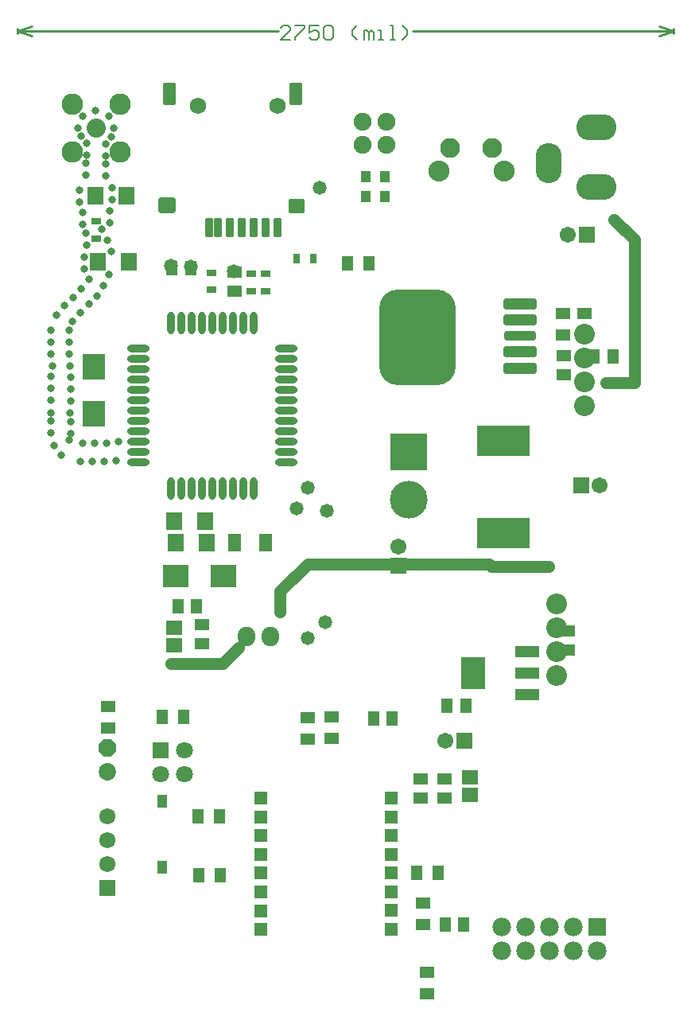
<source format=gts>
G04*
G04 #@! TF.GenerationSoftware,Altium Limited,Altium Designer,20.1.12 (249)*
G04*
G04 Layer_Color=8388736*
%FSTAX24Y24*%
%MOIN*%
G70*
G04*
G04 #@! TF.SameCoordinates,89921D2C-3172-4036-8A71-56443DCFD009*
G04*
G04*
G04 #@! TF.FilePolarity,Negative*
G04*
G01*
G75*
%ADD16C,0.0100*%
G04:AMPARAMS|DCode=30|XSize=39.4mil|YSize=133.9mil|CornerRadius=9.8mil|HoleSize=0mil|Usage=FLASHONLY|Rotation=90.000|XOffset=0mil|YOffset=0mil|HoleType=Round|Shape=RoundedRectangle|*
%AMROUNDEDRECTD30*
21,1,0.0394,0.1142,0,0,90.0*
21,1,0.0197,0.1339,0,0,90.0*
1,1,0.0197,0.0571,0.0098*
1,1,0.0197,0.0571,-0.0098*
1,1,0.0197,-0.0571,-0.0098*
1,1,0.0197,-0.0571,0.0098*
%
%ADD30ROUNDEDRECTD30*%
%ADD47C,0.0500*%
%ADD48C,0.0060*%
%ADD49R,0.0316X0.0434*%
G04:AMPARAMS|DCode=50|XSize=31.6mil|YSize=78.9mil|CornerRadius=5.2mil|HoleSize=0mil|Usage=FLASHONLY|Rotation=180.000|XOffset=0mil|YOffset=0mil|HoleType=Round|Shape=RoundedRectangle|*
%AMROUNDEDRECTD50*
21,1,0.0316,0.0685,0,0,180.0*
21,1,0.0213,0.0789,0,0,180.0*
1,1,0.0104,-0.0106,0.0343*
1,1,0.0104,0.0106,0.0343*
1,1,0.0104,0.0106,-0.0343*
1,1,0.0104,-0.0106,-0.0343*
%
%ADD50ROUNDEDRECTD50*%
G04:AMPARAMS|DCode=51|XSize=35.6mil|YSize=78.9mil|CornerRadius=5.4mil|HoleSize=0mil|Usage=FLASHONLY|Rotation=180.000|XOffset=0mil|YOffset=0mil|HoleType=Round|Shape=RoundedRectangle|*
%AMROUNDEDRECTD51*
21,1,0.0356,0.0681,0,0,180.0*
21,1,0.0248,0.0789,0,0,180.0*
1,1,0.0108,-0.0124,0.0341*
1,1,0.0108,0.0124,0.0341*
1,1,0.0108,0.0124,-0.0341*
1,1,0.0108,-0.0124,-0.0341*
%
%ADD51ROUNDEDRECTD51*%
G04:AMPARAMS|DCode=52|XSize=71mil|YSize=67.1mil|CornerRadius=7mil|HoleSize=0mil|Usage=FLASHONLY|Rotation=180.000|XOffset=0mil|YOffset=0mil|HoleType=Round|Shape=RoundedRectangle|*
%AMROUNDEDRECTD52*
21,1,0.0710,0.0531,0,0,180.0*
21,1,0.0571,0.0671,0,0,180.0*
1,1,0.0139,-0.0285,0.0266*
1,1,0.0139,0.0285,0.0266*
1,1,0.0139,0.0285,-0.0266*
1,1,0.0139,-0.0285,-0.0266*
%
%ADD52ROUNDEDRECTD52*%
G04:AMPARAMS|DCode=53|XSize=55.2mil|YSize=94.6mil|CornerRadius=6.4mil|HoleSize=0mil|Usage=FLASHONLY|Rotation=180.000|XOffset=0mil|YOffset=0mil|HoleType=Round|Shape=RoundedRectangle|*
%AMROUNDEDRECTD53*
21,1,0.0552,0.0819,0,0,180.0*
21,1,0.0425,0.0946,0,0,180.0*
1,1,0.0127,-0.0213,0.0409*
1,1,0.0127,0.0213,0.0409*
1,1,0.0127,0.0213,-0.0409*
1,1,0.0127,-0.0213,-0.0409*
%
%ADD53ROUNDEDRECTD53*%
G04:AMPARAMS|DCode=54|XSize=67.1mil|YSize=63.1mil|CornerRadius=6.8mil|HoleSize=0mil|Usage=FLASHONLY|Rotation=180.000|XOffset=0mil|YOffset=0mil|HoleType=Round|Shape=RoundedRectangle|*
%AMROUNDEDRECTD54*
21,1,0.0671,0.0496,0,0,180.0*
21,1,0.0535,0.0631,0,0,180.0*
1,1,0.0135,-0.0268,0.0248*
1,1,0.0135,0.0268,0.0248*
1,1,0.0135,0.0268,-0.0248*
1,1,0.0135,-0.0268,-0.0248*
%
%ADD54ROUNDEDRECTD54*%
%ADD55R,0.0395X0.0513*%
G04:AMPARAMS|DCode=56|XSize=401.7mil|YSize=323mil|CornerRadius=82.7mil|HoleSize=0mil|Usage=FLASHONLY|Rotation=90.000|XOffset=0mil|YOffset=0mil|HoleType=Round|Shape=RoundedRectangle|*
%AMROUNDEDRECTD56*
21,1,0.4017,0.1575,0,0,90.0*
21,1,0.2362,0.3230,0,0,90.0*
1,1,0.1655,0.0787,0.1181*
1,1,0.1655,0.0787,-0.1181*
1,1,0.1655,-0.0787,-0.1181*
1,1,0.1655,-0.0787,0.1181*
%
%ADD56ROUNDEDRECTD56*%
G04:AMPARAMS|DCode=57|XSize=47.4mil|YSize=141.9mil|CornerRadius=13.8mil|HoleSize=0mil|Usage=FLASHONLY|Rotation=90.000|XOffset=0mil|YOffset=0mil|HoleType=Round|Shape=RoundedRectangle|*
%AMROUNDEDRECTD57*
21,1,0.0474,0.1142,0,0,90.0*
21,1,0.0197,0.1419,0,0,90.0*
1,1,0.0277,0.0571,0.0098*
1,1,0.0277,0.0571,-0.0098*
1,1,0.0277,-0.0571,-0.0098*
1,1,0.0277,-0.0571,0.0098*
%
%ADD57ROUNDEDRECTD57*%
%ADD58R,0.0580X0.0730*%
%ADD59R,0.0630X0.0513*%
%ADD60R,0.0513X0.0630*%
%ADD61R,0.1104X0.0946*%
%ADD62R,0.1025X0.1379*%
%ADD63R,0.1025X0.0474*%
%ADD64R,0.0630X0.0474*%
%ADD65O,0.0946X0.0316*%
%ADD66R,0.0434X0.0316*%
%ADD67R,0.0946X0.1104*%
%ADD68R,0.0474X0.0630*%
%ADD69R,0.0680X0.0730*%
%ADD70R,0.0671X0.0592*%
%ADD71R,0.0395X0.0552*%
%ADD72O,0.0316X0.0946*%
%ADD73R,0.2206X0.1261*%
%ADD74C,0.0680*%
%ADD75C,0.0867*%
%ADD76C,0.0900*%
%ADD77C,0.0800*%
%ADD78C,0.0749*%
%ADD79C,0.0730*%
%ADD80P,0.0790X8X292.5*%
%ADD81C,0.0671*%
%ADD82R,0.0671X0.0671*%
%ADD83R,0.0671X0.0671*%
%ADD84R,0.0678X0.0678*%
%ADD85C,0.0678*%
%ADD86C,0.0830*%
%ADD87C,0.0880*%
%ADD88O,0.0730X0.0830*%
%ADD89C,0.0780*%
%ADD90R,0.0780X0.0780*%
%ADD91R,0.1580X0.1580*%
%ADD92C,0.1580*%
%ADD93R,0.0580X0.0580*%
%ADD94C,0.0710*%
%ADD95R,0.0710X0.0710*%
%ADD96O,0.1080X0.1680*%
%ADD97O,0.1680X0.1080*%
%ADD98C,0.0580*%
%ADD99C,0.0330*%
D16*
X036441Y04905D02*
Y04925D01*
X008941Y04905D02*
Y04925D01*
X035841Y04895D02*
X036441Y04915D01*
X035841Y04935D02*
X036441Y04915D01*
X008941D02*
X009541Y04895D01*
X008941Y04915D02*
X009541Y04935D01*
X0255Y04915D02*
X036441D01*
X008941D02*
X019882D01*
D30*
X03Y036362D02*
D03*
D47*
X01995Y0248D02*
Y025658D01*
X015358Y02265D02*
X01755D01*
X0182Y0233D01*
X01995Y025658D02*
X021092Y0268D01*
X0287D01*
X0288Y0267D01*
X0312D01*
X0336Y0344D02*
X03465D01*
X03395Y04125D02*
X0348Y0404D01*
Y0344D02*
Y0404D01*
D48*
X020382Y04879D02*
X019982D01*
X020382Y04919D01*
Y04929D01*
X020282Y04939D01*
X020082D01*
X019982Y04929D01*
X020582Y04939D02*
X020981D01*
Y04929D01*
X020582Y04889D01*
Y04879D01*
X021581Y04939D02*
X021181D01*
Y04909D01*
X021381Y04919D01*
X021481D01*
X021581Y04909D01*
Y04889D01*
X021481Y04879D01*
X021281D01*
X021181Y04889D01*
X021781Y04929D02*
X021881Y04939D01*
X022081D01*
X022181Y04929D01*
Y04889D01*
X022081Y04879D01*
X021881D01*
X021781Y04889D01*
Y04929D01*
X023181Y04879D02*
X022981Y04899D01*
Y04919D01*
X023181Y04939D01*
X023481Y04879D02*
Y04919D01*
X023581D01*
X023681Y04909D01*
Y04879D01*
Y04909D01*
X023781Y04919D01*
X02388Y04909D01*
Y04879D01*
X02408D02*
X02428D01*
X02418D01*
Y04919D01*
X02408D01*
X02458Y04879D02*
X02478D01*
X02468D01*
Y04939D01*
X02458D01*
X02508Y04879D02*
X02528Y04899D01*
Y04919D01*
X02508Y04939D01*
D49*
X02135Y0396D02*
D03*
X020635Y0396D02*
D03*
D50*
X017341Y040892D02*
D03*
X016967D02*
D03*
D51*
X019841D02*
D03*
X019341D02*
D03*
X017841D02*
D03*
X018841D02*
D03*
X018341D02*
D03*
D52*
X015191Y041842D02*
D03*
D53*
X015291Y046492D02*
D03*
X020591D02*
D03*
D54*
X020641Y041792D02*
D03*
D55*
X02435Y0422D02*
D03*
X02355D02*
D03*
X02435Y043033D02*
D03*
X02355D02*
D03*
D56*
X0257Y036312D02*
D03*
D57*
X03Y035024D02*
D03*
Y035693D02*
D03*
Y037032D02*
D03*
Y037701D02*
D03*
D58*
X01805Y0277D02*
D03*
X01935Y0277D02*
D03*
D59*
X016667Y023475D02*
D03*
Y024262D02*
D03*
X032Y024D02*
D03*
Y023213D02*
D03*
X01805Y039037D02*
D03*
Y03825D02*
D03*
X02685Y017794D02*
D03*
Y017006D02*
D03*
X02585Y017006D02*
D03*
Y017794D02*
D03*
X03185Y035544D02*
D03*
Y034756D02*
D03*
D60*
X015663Y02505D02*
D03*
X01645D02*
D03*
X026931Y020888D02*
D03*
X027719D02*
D03*
X016196Y039192D02*
D03*
X015408D02*
D03*
X023856Y020354D02*
D03*
X024644D02*
D03*
X027644Y0117D02*
D03*
X026856D02*
D03*
X033106Y0355D02*
D03*
X033894D02*
D03*
D61*
X017552Y0263D02*
D03*
X015583D02*
D03*
D62*
X02802Y022242D02*
D03*
D63*
X030303Y023147D02*
D03*
X030303Y022242D02*
D03*
X030303Y021336D02*
D03*
D64*
X0211Y020384D02*
D03*
X0211Y019484D02*
D03*
X022116Y020394D02*
D03*
Y019494D02*
D03*
X02595Y0126D02*
D03*
Y0117D02*
D03*
X0261Y0097D02*
D03*
X0261Y0088D02*
D03*
X01275Y01995D02*
D03*
Y02085D02*
D03*
X0318Y0364D02*
D03*
Y0373D02*
D03*
X0327Y0373D02*
D03*
Y0364D02*
D03*
D65*
X020191Y031068D02*
D03*
Y031501D02*
D03*
Y033667D02*
D03*
Y0341D02*
D03*
Y034533D02*
D03*
Y034966D02*
D03*
Y035399D02*
D03*
Y035832D02*
D03*
Y033233D02*
D03*
Y0328D02*
D03*
Y032367D02*
D03*
Y031934D02*
D03*
X014009Y031068D02*
D03*
Y031501D02*
D03*
Y031934D02*
D03*
Y032367D02*
D03*
Y0328D02*
D03*
Y033233D02*
D03*
Y035832D02*
D03*
Y035399D02*
D03*
Y034966D02*
D03*
Y034533D02*
D03*
Y0341D02*
D03*
Y033667D02*
D03*
D66*
X01223Y040446D02*
D03*
X01223Y041161D02*
D03*
X01875Y03825D02*
D03*
X01875Y038965D02*
D03*
X01935Y03825D02*
D03*
X01935Y038965D02*
D03*
X017083Y0383D02*
D03*
X017083Y039015D02*
D03*
D67*
X012129Y033115D02*
D03*
Y035084D02*
D03*
D68*
X022766Y039416D02*
D03*
X023666D02*
D03*
X025678Y01387D02*
D03*
X026578Y01387D02*
D03*
X0174Y01625D02*
D03*
X0165D02*
D03*
X015Y0204D02*
D03*
X0159Y0204D02*
D03*
X01745Y01379D02*
D03*
X01655D02*
D03*
D69*
X01221Y04225D02*
D03*
X01351D02*
D03*
X01231Y03948D02*
D03*
X01361D02*
D03*
X01556Y0277D02*
D03*
X01686D02*
D03*
X01551Y0286D02*
D03*
X01681D02*
D03*
D70*
X0279Y017876D02*
D03*
Y017128D02*
D03*
X0155Y024152D02*
D03*
Y023404D02*
D03*
D71*
X015Y014122D02*
D03*
Y016878D02*
D03*
D72*
X016667Y036915D02*
D03*
X016234Y036915D02*
D03*
X015801Y036915D02*
D03*
X015368D02*
D03*
X0171Y036915D02*
D03*
X017533Y036915D02*
D03*
X017966Y036915D02*
D03*
X018399Y036915D02*
D03*
X018832D02*
D03*
Y029985D02*
D03*
X018399D02*
D03*
X017966Y029985D02*
D03*
X017533Y029985D02*
D03*
X0171Y029985D02*
D03*
X015368Y029985D02*
D03*
X015801D02*
D03*
X016234Y029985D02*
D03*
X016667Y029985D02*
D03*
D73*
X0293Y031979D02*
D03*
Y028121D02*
D03*
D74*
X019841Y046021D02*
D03*
X016495D02*
D03*
D75*
X0327Y035433D02*
D03*
X0327Y033433D02*
D03*
Y036433D02*
D03*
Y034433D02*
D03*
X03155Y02415D02*
D03*
Y02215D02*
D03*
Y02515D02*
D03*
Y02315D02*
D03*
D76*
X01323Y044073D02*
D03*
X01123D02*
D03*
Y046073D02*
D03*
X01323D02*
D03*
D77*
X01223Y045073D02*
D03*
D78*
X0234Y044363D02*
D03*
X0244D02*
D03*
X0234Y04535D02*
D03*
X0244D02*
D03*
D79*
X0127Y0181D02*
D03*
D80*
Y0191D02*
D03*
D81*
X026866Y0194D02*
D03*
X032Y0406D02*
D03*
X0249Y027544D02*
D03*
X03335Y0301D02*
D03*
D82*
X027653Y0194D02*
D03*
X032787Y0406D02*
D03*
X032563Y0301D02*
D03*
D83*
X0249Y026756D02*
D03*
D84*
X0127Y01325D02*
D03*
D85*
Y01425D02*
D03*
Y01525D02*
D03*
Y01625D02*
D03*
D86*
X02885Y04425D02*
D03*
X027078D02*
D03*
D87*
X026586Y043266D02*
D03*
X029342D02*
D03*
D88*
X01955Y023778D02*
D03*
X01854D02*
D03*
D89*
X03025Y0106D02*
D03*
X03325Y0106D02*
D03*
X02925Y0116D02*
D03*
X02925Y0106D02*
D03*
X03025Y0116D02*
D03*
X03125Y0116D02*
D03*
X03225Y0116D02*
D03*
Y0106D02*
D03*
X03125Y0106D02*
D03*
D90*
X03325Y0116D02*
D03*
D91*
X02535Y0315D02*
D03*
D92*
Y0295D02*
D03*
D93*
X019138Y01465D02*
D03*
Y01701D02*
D03*
Y01622D02*
D03*
Y01544D02*
D03*
Y01386D02*
D03*
Y01307D02*
D03*
Y01229D02*
D03*
Y0115D02*
D03*
X0246D02*
D03*
Y01702D02*
D03*
Y01622D02*
D03*
X0246Y01544D02*
D03*
X0246Y01464D02*
D03*
Y01387D02*
D03*
X0246Y01307D02*
D03*
Y01232D02*
D03*
D94*
X01595Y018D02*
D03*
Y019D02*
D03*
X01495Y018D02*
D03*
D95*
Y019D02*
D03*
D96*
X0312Y0436D02*
D03*
D97*
X0332Y0451D02*
D03*
Y0426D02*
D03*
D98*
X021589Y042591D02*
D03*
X021822Y024378D02*
D03*
X016207Y039262D02*
D03*
X015368Y0393D02*
D03*
X018012Y039075D02*
D03*
X0219Y02905D02*
D03*
X0211Y03D02*
D03*
X02065Y02915D02*
D03*
X0211Y0237D02*
D03*
D99*
X011668Y041056D02*
D03*
Y041557D02*
D03*
X012807Y041108D02*
D03*
Y041608D02*
D03*
X012909Y042061D02*
D03*
Y042561D02*
D03*
X011545Y041982D02*
D03*
Y042481D02*
D03*
X012862Y044719D02*
D03*
X011601Y044725D02*
D03*
X01168Y045589D02*
D03*
X012759Y045569D02*
D03*
X012969Y045069D02*
D03*
X012206Y045801D02*
D03*
X011483Y045074D02*
D03*
X011823Y044446D02*
D03*
Y043946D02*
D03*
X012644Y044411D02*
D03*
Y043911D02*
D03*
X011815Y043594D02*
D03*
Y043094D02*
D03*
X012637Y043559D02*
D03*
Y043059D02*
D03*
X010329Y032824D02*
D03*
Y032324D02*
D03*
X011151Y032789D02*
D03*
Y032289D02*
D03*
X011143Y03315D02*
D03*
X010347D02*
D03*
X013069Y031152D02*
D03*
X012572Y031099D02*
D03*
X012072D02*
D03*
X011572D02*
D03*
X013153Y03193D02*
D03*
X012656Y031877D02*
D03*
X012156D02*
D03*
X011656D02*
D03*
X011169Y033643D02*
D03*
Y034143D02*
D03*
Y034643D02*
D03*
X011143Y035114D02*
D03*
X01109Y035612D02*
D03*
Y036112D02*
D03*
Y036612D02*
D03*
X010347Y033678D02*
D03*
Y034178D02*
D03*
Y034678D02*
D03*
X010401Y035114D02*
D03*
X010347Y035612D02*
D03*
Y036112D02*
D03*
Y036612D02*
D03*
X011804Y040681D02*
D03*
X011819Y040181D02*
D03*
X011733Y039689D02*
D03*
Y039189D02*
D03*
X011922Y038726D02*
D03*
X011605Y038339D02*
D03*
X011251Y037985D02*
D03*
X010898Y037632D02*
D03*
X010584Y037243D02*
D03*
X010476Y031774D02*
D03*
X010761Y031364D02*
D03*
X011116Y032004D02*
D03*
X011227Y036985D02*
D03*
X011577Y037343D02*
D03*
X01193Y037696D02*
D03*
X012282Y038051D02*
D03*
X01255Y038474D02*
D03*
X012763Y038926D02*
D03*
X012864Y03991D02*
D03*
X012685Y040376D02*
D03*
X012479Y040832D02*
D03*
M02*

</source>
